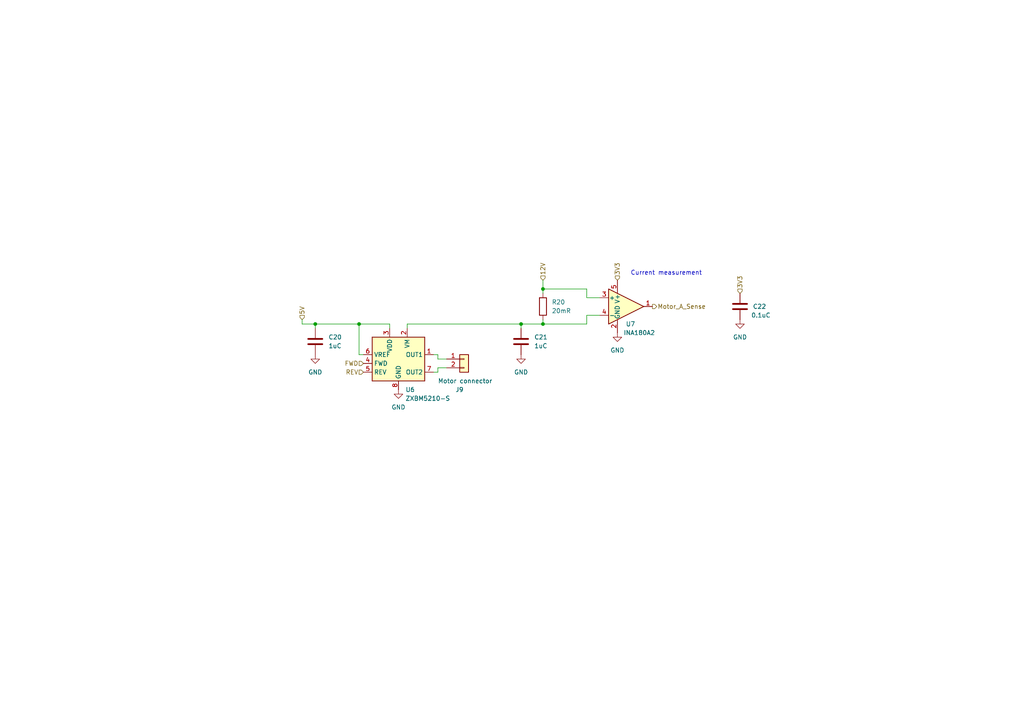
<source format=kicad_sch>
(kicad_sch (version 20211123) (generator eeschema)
  (paper "A4")
  (lib_symbols
    (symbol "Amplifier_Current:INA180A1" (pin_names (offset 0.127))
      (property "Reference" "U" (at 3.81 3.81 0))
      (property "Value" "INA180A1" (at 3.81 -2.54 0))
      (symbol "INA180A1_0_1"
        (polyline (pts (xy 5.08 0) (xy -5.08 5.08) (xy -5.08 -5.08) (xy 5.08 0)) (stroke (width 0.254)) (fill (type background)))
      )
      (symbol "INA180A1_1_1"
        (pin output line (at 7.62 0 180) (length 2.54) (name "~") (number "1"))
        (pin power_in line (at -2.54 -7.62 90) (length 3.81) (name "GND") (number "2"))
        (pin input line (at -7.62 2.54 0) (length 2.54) (name "+") (number "3"))
        (pin input line (at -7.62 -2.54 0) (length 2.54) (name "-") (number "4"))
        (pin power_in line (at -2.54 7.62 270) (length 3.81) (name "V+") (number "5"))
      )
    )
    (symbol "Connector_Generic:Conn_01x02" (pin_names (offset 1.016) hide)
      (property "Reference" "J" (at 0 2.54 0))
      (property "Value" "Conn_01x02" (at 0 -5.08 0))
      (symbol "Conn_01x02_1_1"
        (rectangle (start -1.27 -2.413) (end 0 -2.667) (stroke (width 0.1524)))
        (rectangle (start -1.27 0.127) (end 0 -0.127) (stroke (width 0.1524)))
        (rectangle (start -1.27 1.27) (end 1.27 -3.81) (stroke (width 0.254)) (fill (type background)))
        (pin passive line (at -5.08 0 0) (length 3.81) (name "Pin_1") (number "1"))
        (pin passive line (at -5.08 -2.54 0) (length 3.81) (name "Pin_2") (number "2"))
      )
    )
    (symbol "Device:C" (pin_numbers hide) (pin_names (offset 0.254))
      (property "Reference" "C" (at 0.635 2.54 0))
      (property "Value" "C" (at 0.635 -2.54 0))
      (symbol "C_0_1"
        (polyline (pts (xy -2.032 -0.762) (xy 2.032 -0.762)) (stroke (width 0.508)))
        (polyline (pts (xy -2.032 0.762) (xy 2.032 0.762)) (stroke (width 0.508)))
      )
      (symbol "C_1_1"
        (pin passive line (at 0 3.81 270) (length 2.794) (name "~") (number "1"))
        (pin passive line (at 0 -3.81 90) (length 2.794) (name "~") (number "2"))
      )
    )
    (symbol "Device:R" (pin_numbers hide) (pin_names (offset 0))
      (property "Reference" "R" (at 2.032 0 90))
      (property "Value" "R" (at 0 0 90))
      (symbol "R_0_1"
        (rectangle (start -1.016 -2.54) (end 1.016 2.54) (stroke (width 0.254)))
      )
      (symbol "R_1_1"
        (pin passive line (at 0 3.81 270) (length 1.27) (name "~") (number "1"))
        (pin passive line (at 0 -3.81 90) (length 1.27) (name "~") (number "2"))
      )
    )
    (symbol "Driver_Motor:ZXBM5210-S"
      (property "Reference" "U" (at -7.62 8.89 0))
      (property "Value" "ZXBM5210-S" (at 10.16 8.89 0))
      (symbol "ZXBM5210-S_0_0"
        (pin output line (at 10.16 2.54 180) (length 2.54) (name "OUT1") (number "1"))
        (pin power_in line (at 2.54 10.16 270) (length 2.54) (name "VM") (number "2"))
        (pin power_in line (at -2.54 10.16 270) (length 2.54) (name "VDD") (number "3"))
        (pin input line (at -10.16 0 0) (length 2.54) (name "FWD") (number "4"))
        (pin input line (at -10.16 -2.54 0) (length 2.54) (name "REV") (number "5"))
        (pin input line (at -10.16 2.54 0) (length 2.54) (name "VREF") (number "6"))
        (pin output line (at 10.16 -2.54 180) (length 2.54) (name "OUT2") (number "7"))
        (pin power_in line (at 0 -7.62 90) (length 2.54) (name "GND") (number "8"))
      )
      (symbol "ZXBM5210-S_0_1"
        (rectangle (start -7.62 7.62) (end 7.62 -5.08) (stroke (width 0.254)) (fill (type background)))
      )
    )
    (symbol "power:GND" (power) (pin_names (offset 0))
      (property "Value" "GND" (at 0 -3.81 0))
      (symbol "GND_0_1"
        (polyline (pts (xy 0 0) (xy 0 -1.27) (xy 1.27 -1.27) (xy 0 -2.54) (xy -1.27 -1.27) (xy 0 -1.27)))
      )
      (symbol "GND_1_1"
        (pin power_in line (at 0 0 270) (length 0) hide (name "GND") (number "1"))
      )
    )
  )
  (junction (at 91.44 93.98))
  (junction (at 104.14 93.98))
  (junction (at 157.48 83.82))
  (junction (at 151.13 93.98))
  (junction (at 157.48 93.98))
  (wire (pts (xy 151.13 95.25) (xy 151.13 93.98)))
  (wire (pts (xy 170.18 91.44) (xy 170.18 93.98)))
  (wire (pts (xy 157.48 83.82) (xy 157.48 81.28)))
  (wire (pts (xy 91.44 93.98) (xy 91.44 95.25)))
  (wire (pts (xy 118.11 93.98) (xy 151.13 93.98)))
  (wire (pts (xy 127 104.14) (xy 129.54 104.14)))
  (wire (pts (xy 91.44 93.98) (xy 104.14 93.98)))
  (wire (pts (xy 118.11 95.25) (xy 118.11 93.98)))
  (wire (pts (xy 127 102.87) (xy 127 104.14)))
  (wire (pts (xy 87.63 93.98) (xy 91.44 93.98)))
  (wire (pts (xy 129.54 106.68) (xy 127 106.68)))
  (wire (pts (xy 104.14 102.87) (xy 104.14 93.98)))
  (wire (pts (xy 151.13 93.98) (xy 157.48 93.98)))
  (wire (pts (xy 170.18 86.36) (xy 170.18 83.82)))
  (wire (pts (xy 113.03 93.98) (xy 113.03 95.25)))
  (wire (pts (xy 173.99 91.44) (xy 170.18 91.44)))
  (wire (pts (xy 125.73 102.87) (xy 127 102.87)))
  (wire (pts (xy 127 106.68) (xy 127 107.95)))
  (wire (pts (xy 170.18 93.98) (xy 157.48 93.98)))
  (wire (pts (xy 157.48 92.71) (xy 157.48 93.98)))
  (wire (pts (xy 173.99 86.36) (xy 170.18 86.36)))
  (wire (pts (xy 105.41 102.87) (xy 104.14 102.87)))
  (wire (pts (xy 157.48 85.09) (xy 157.48 83.82)))
  (wire (pts (xy 127 107.95) (xy 125.73 107.95)))
  (wire (pts (xy 170.18 83.82) (xy 157.48 83.82)))
  (wire (pts (xy 104.14 93.98) (xy 113.03 93.98)))
  (wire (pts (xy 87.63 92.71) (xy 87.63 93.98)))
  (text "Current measurement" (at 182.88 80.01 0) (effects (font (size 1.27 1.27)) (justify left bottom)))
  (hierarchical_label "5V" (shape input) (at 87.63 92.71 90))
  (hierarchical_label "REV" (shape input) (at 105.41 107.95 180))
  (hierarchical_label "3V3" (shape input) (at 214.63 85.09 90))
  (hierarchical_label "Motor_A_Sense" (shape output) (at 189.23 88.9 0))
  (hierarchical_label "FWD" (shape input) (at 105.41 105.41 180))
  (hierarchical_label "12V" (shape input) (at 157.48 81.28 90))
  (hierarchical_label "3V3" (shape input) (at 179.07 81.28 90))
  (symbol (lib_id "Device:C") (at 91.44 99.06 0) (unit 1)
    (property "Reference" "C20" (at 95.25 97.7899 0) (effects (justify left)))
    (property "Value" "1uC" (at 95.25 100.3299 0) (effects (justify left)))
    (property "Footprint" "Capacitor_SMD:C_0805_2012Metric_Pad1.18x1.45mm_HandSolder" (effects hide))
    (property "Datasheet" "https://datasheet.lcsc.com/lcsc/1810201241_Murata-Electronics-GCM21BR71E105KA56L_C85865.pdf" (effects hide))
    (property "Manufacturer Part Number" "GCM21BR71E105KA56L" (effects hide))
  )
  (symbol (lib_id "power:GND") (at 179.07 96.52 0) (unit 1)
    (property "Reference" "#PWR050" (effects hide))
    (property "Value" "GND" (at 179.07 101.6 0))
  )
  (symbol (lib_id "Amplifier_Current:INA180A1") (at 181.61 88.9 0) (unit 1)
    (property "Reference" "U7" (at 182.88 93.98 0))
    (property "Value" "INA180A2" (at 185.42 96.52 0))
    (property "Footprint" "Package_TO_SOT_SMD:SOT-23-5_HandSoldering" (effects hide))
    (property "Datasheet" "http://www.ti.com/lit/ds/symlink/ina180.pdf" (effects hide))
    (property "Manufacturer Part Number" "INA180A2IDBVR" (effects hide))
  )
  (symbol (lib_id "Driver_Motor:ZXBM5210-S") (at 115.57 105.41 0) (unit 1)
    (property "Reference" "U6" (at 117.5894 113.03 0) (effects (justify left)))
    (property "Value" "ZXBM5210-S" (at 117.5894 115.57 0) (effects (justify left)))
    (property "Footprint" "Package_SO:SOIC-8_3.9x4.9mm_P1.27mm" (effects hide))
    (property "Datasheet" "https://www.diodes.com/assets/Datasheets/ZXBM5210.pdf" (effects hide))
  )
  (symbol (lib_id "power:GND") (at 151.13 102.87 0) (unit 1)
    (property "Reference" "#PWR049" (effects hide))
    (property "Value" "GND" (at 151.13 107.95 0))
  )
  (symbol (lib_id "Device:R") (at 157.48 88.9 180) (unit 1)
    (property "Reference" "R20" (at 160.02 87.6299 0) (effects (justify right)))
    (property "Value" "20mR" (at 160.02 90.1699 0) (effects (justify right)))
    (property "Footprint" "Resistor_SMD:R_2512_6332Metric_Pad1.40x3.35mm_HandSolder" (effects hide))
    (property "Datasheet" "https://datasheet.lcsc.com/lcsc/1912111437_YAGEO-RL2512FK-070R02L_C326611.pdf" (effects hide))
    (property "Manufacturer Part Number" "RL2512FK-070R02L" (effects hide))
  )
  (symbol (lib_id "power:GND") (at 91.44 102.87 0) (unit 1)
    (property "Reference" "#PWR047" (effects hide))
    (property "Value" "GND" (at 91.44 107.95 0))
  )
  (symbol (lib_id "Device:C") (at 214.63 88.9 0) (mirror y) (unit 1)
    (property "Reference" "C22" (at 222.25 88.9 0) (effects (justify left)))
    (property "Value" "0.1uC" (at 223.52 91.44 0) (effects (justify left)))
    (property "Footprint" "Capacitor_SMD:C_0805_2012Metric_Pad1.18x1.45mm_HandSolder" (effects hide))
    (property "Datasheet" "https://datasheet.lcsc.com/lcsc/2006111832_YAGEO-CC0805KRX7R8BB104_C519981.pdf" (effects hide))
    (property "Manufacturer Part Number" "CC0805KRX7R8BB104" (effects hide))
  )
  (symbol (lib_id "Connector_Generic:Conn_01x02") (at 134.62 104.14 0) (unit 1)
    (property "Reference" "J9" (at 132.08 113.03 0) (effects (justify left)))
    (property "Value" "Motor connector" (at 127 110.49 0) (effects (justify left)))
    (property "Footprint" "Connector_custom:HC-2510-2A" (effects hide))
    (property "Datasheet" "https://datasheet.lcsc.com/lcsc/2203111830_HCTL-HC-2510-2A_C2982031.pdf" (effects hide))
    (property "Manufacturer Part Number" "HC-2510-2A" (effects hide))
  )
  (symbol (lib_id "power:GND") (at 115.57 113.03 0) (unit 1)
    (property "Reference" "#PWR048" (effects hide))
    (property "Value" "GND" (at 115.57 118.11 0))
  )
  (symbol (lib_id "power:GND") (at 214.63 92.71 0) (unit 1)
    (property "Reference" "#PWR051" (effects hide))
    (property "Value" "GND" (at 214.63 97.79 0))
  )
  (symbol (lib_id "Device:C") (at 151.13 99.06 0) (unit 1)
    (property "Reference" "C21" (at 154.94 97.7899 0) (effects (justify left)))
    (property "Value" "1uC" (at 154.94 100.3299 0) (effects (justify left)))
    (property "Footprint" "Capacitor_SMD:C_0805_2012Metric_Pad1.18x1.45mm_HandSolder" (effects hide))
    (property "Datasheet" "https://datasheet.lcsc.com/lcsc/1810201241_Murata-Electronics-GCM21BR71E105KA56L_C85865.pdf" (effects hide))
    (property "Manufacturer Part Number" "GCM21BR71E105KA56L" (effects hide))
  )
)
</source>
